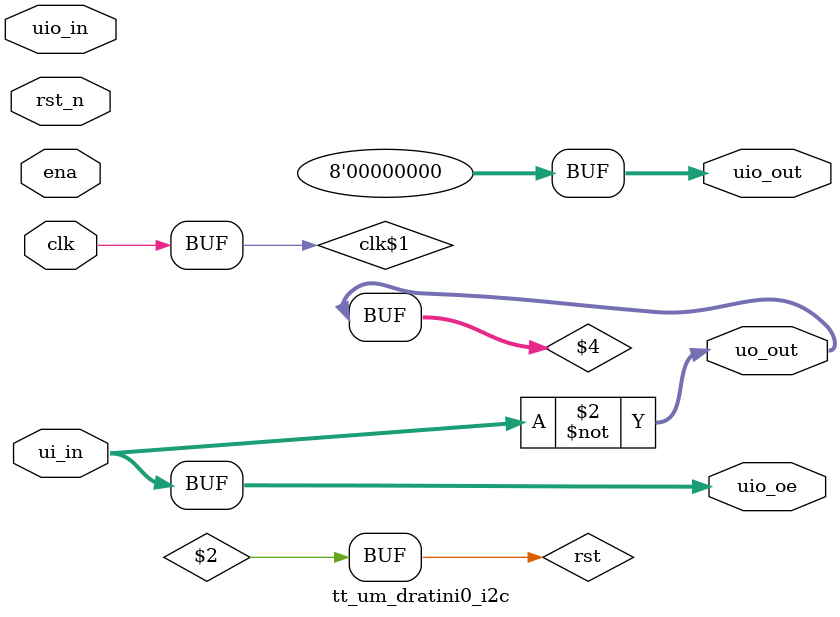
<source format=v>
/* Generated by Yosys 0.23 (git sha1 7ce5011c24b) */

module tt_um_dratini0_i2c(uo_out, uio_in, uio_out, uio_oe, ena, clk, rst_n, ui_in);
  wire \$2 ;
  wire [7:0] \$4 ;
  input clk;
  wire clk;
  wire \clk$1 ;
  input ena;
  wire ena;
  wire rst;
  input rst_n;
  wire rst_n;
  input [7:0] ui_in;
  wire [7:0] ui_in;
  input [7:0] uio_in;
  wire [7:0] uio_in;
  output [7:0] uio_oe;
  wire [7:0] uio_oe;
  output [7:0] uio_out;
  wire [7:0] uio_out;
  output [7:0] uo_out;
  wire [7:0] uo_out;
  assign \$2  = ~ rst_n;
  assign \$4  = ~ ui_in;
  assign uio_oe = ui_in;
  assign uio_out = 8'h00;
  assign uo_out = \$4 ;
  assign rst = \$2 ;
  assign \clk$1  = clk;
endmodule


</source>
